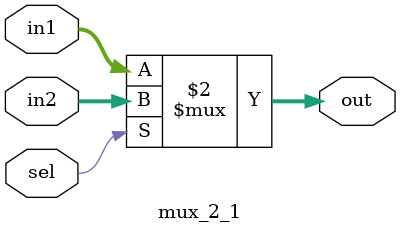
<source format=v>
module mux_2_1 #(parameter SIZE = 16)
(
 input sel,
 input [SIZE-1:0] in1,
 input [SIZE-1:0] in2,
 output [SIZE-1:0] out
);
assign out = (sel == 0) ? in1 : in2;
endmodule



</source>
